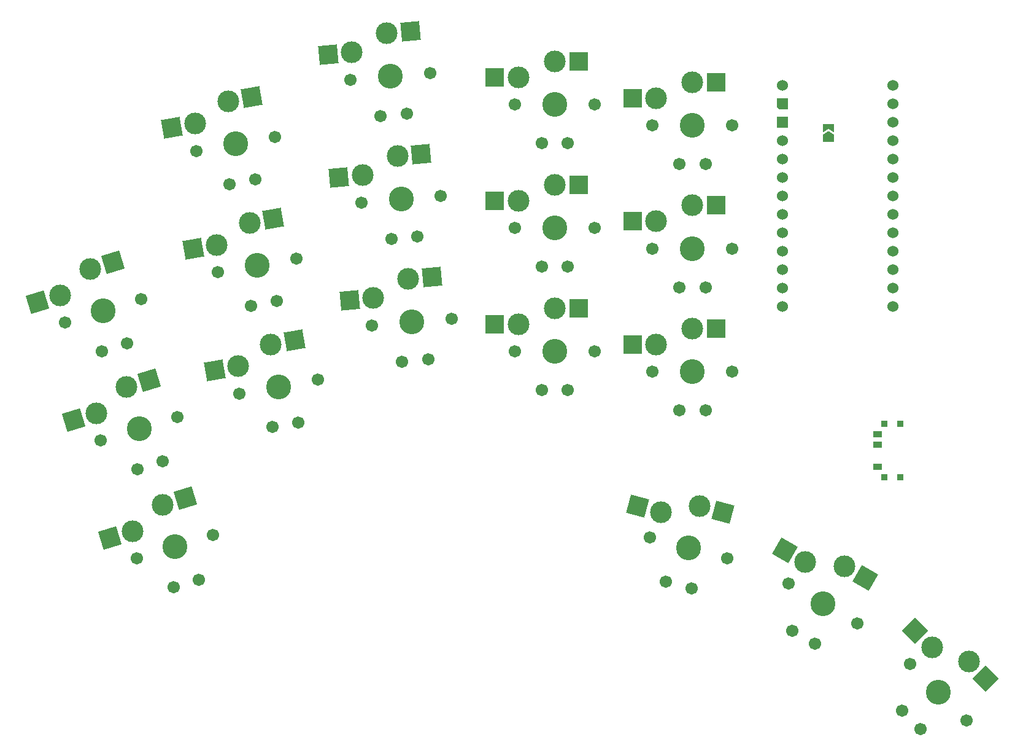
<source format=gbr>
%TF.GenerationSoftware,KiCad,Pcbnew,8.0.0*%
%TF.CreationDate,2024-06-08T15:13:20+02:00*%
%TF.ProjectId,goos-right,676f6f73-2d72-4696-9768-742e6b696361,rev?*%
%TF.SameCoordinates,Original*%
%TF.FileFunction,Soldermask,Top*%
%TF.FilePolarity,Negative*%
%FSLAX46Y46*%
G04 Gerber Fmt 4.6, Leading zero omitted, Abs format (unit mm)*
G04 Created by KiCad (PCBNEW 8.0.0) date 2024-06-08 15:13:20*
%MOMM*%
%LPD*%
G01*
G04 APERTURE LIST*
G04 Aperture macros list*
%AMRotRect*
0 Rectangle, with rotation*
0 The origin of the aperture is its center*
0 $1 length*
0 $2 width*
0 $3 Rotation angle, in degrees counterclockwise*
0 Add horizontal line*
21,1,$1,$2,0,0,$3*%
%AMOutline5P*
0 Free polygon, 5 corners , with rotation*
0 The origin of the aperture is its center*
0 number of corners: always 5*
0 $1 to $10 corner X, Y*
0 $11 Rotation angle, in degrees counterclockwise*
0 create outline with 5 corners*
4,1,5,$1,$2,$3,$4,$5,$6,$7,$8,$9,$10,$1,$2,$11*%
%AMOutline6P*
0 Free polygon, 6 corners , with rotation*
0 The origin of the aperture is its center*
0 number of corners: always 6*
0 $1 to $12 corner X, Y*
0 $13 Rotation angle, in degrees counterclockwise*
0 create outline with 6 corners*
4,1,6,$1,$2,$3,$4,$5,$6,$7,$8,$9,$10,$11,$12,$1,$2,$13*%
%AMOutline7P*
0 Free polygon, 7 corners , with rotation*
0 The origin of the aperture is its center*
0 number of corners: always 7*
0 $1 to $14 corner X, Y*
0 $15 Rotation angle, in degrees counterclockwise*
0 create outline with 7 corners*
4,1,7,$1,$2,$3,$4,$5,$6,$7,$8,$9,$10,$11,$12,$13,$14,$1,$2,$15*%
%AMOutline8P*
0 Free polygon, 8 corners , with rotation*
0 The origin of the aperture is its center*
0 number of corners: always 8*
0 $1 to $16 corner X, Y*
0 $17 Rotation angle, in degrees counterclockwise*
0 create outline with 8 corners*
4,1,8,$1,$2,$3,$4,$5,$6,$7,$8,$9,$10,$11,$12,$13,$14,$15,$16,$1,$2,$17*%
%AMFreePoly0*
4,1,6,1.000000,0.000000,0.500000,-0.750000,-0.500000,-0.750000,-0.500000,0.750000,0.500000,0.750000,1.000000,0.000000,1.000000,0.000000,$1*%
%AMFreePoly1*
4,1,6,0.500000,-0.750000,-0.650000,-0.750000,-0.150000,0.000000,-0.650000,0.750000,0.500000,0.750000,0.500000,-0.750000,0.500000,-0.750000,$1*%
G04 Aperture macros list end*
%ADD10FreePoly0,90.000000*%
%ADD11FreePoly1,90.000000*%
%ADD12C,1.701800*%
%ADD13C,3.000000*%
%ADD14C,3.429000*%
%ADD15RotRect,2.600000X2.600000X5.000000*%
%ADD16R,2.600000X2.600000*%
%ADD17RotRect,2.600000X2.600000X330.000000*%
%ADD18RotRect,2.600000X2.600000X17.000000*%
%ADD19RotRect,2.600000X2.600000X10.000000*%
%ADD20R,0.900000X0.900000*%
%ADD21R,1.250000X0.900000*%
%ADD22RotRect,2.600000X2.600000X345.000000*%
%ADD23RotRect,2.600000X2.600000X315.000000*%
%ADD24C,1.524000*%
%ADD25Outline5P,-0.762000X0.762000X0.762000X0.762000X0.762000X-0.762000X-0.457200X-0.762000X-0.762000X-0.457200X0.000000*%
%ADD26R,1.524000X1.524000*%
G04 APERTURE END LIST*
D10*
%TO.C,RST*%
X235000000Y-40225000D03*
D11*
X235000000Y-38775000D03*
%TD*%
D12*
%TO.C,S8*%
X169051460Y-32159556D03*
D13*
X169222721Y-28380248D03*
D12*
X173191025Y-37142731D03*
D13*
X174011954Y-25752841D03*
X174011954Y-25752841D03*
D14*
X174530531Y-31680199D03*
D12*
X176798246Y-36827140D03*
X180009602Y-31200842D03*
D15*
X177274492Y-25467405D03*
X165960186Y-28665683D03*
%TD*%
D12*
%TO.C,S13*%
X191701631Y-69579899D03*
D13*
X192201631Y-65829899D03*
D12*
X195391131Y-74904899D03*
D13*
X197201631Y-63629899D03*
X197201631Y-63629899D03*
D14*
X197201631Y-69579899D03*
D12*
X199012131Y-74904899D03*
X202701631Y-69579899D03*
D16*
X200476631Y-63629899D03*
X188926631Y-65829899D03*
%TD*%
D12*
%TO.C,S18*%
X229455991Y-101619499D03*
D13*
X231764004Y-98621904D03*
D12*
X229988692Y-108075834D03*
D13*
X237194131Y-99216648D03*
X237194131Y-99216648D03*
D14*
X234219131Y-104369499D03*
D12*
X233124570Y-109886334D03*
X238982271Y-107119499D03*
D17*
X240030364Y-100854148D03*
X228927771Y-96984404D03*
%TD*%
D12*
%TO.C,S2*%
X129619855Y-65566243D03*
D13*
X129001613Y-61833915D03*
D12*
X134705021Y-69579861D03*
D13*
X133139919Y-58268186D03*
X133139919Y-58268186D03*
D14*
X134879531Y-63958199D03*
D12*
X138167800Y-68521183D03*
X140139207Y-62350155D03*
D18*
X136271817Y-57310668D03*
X125869715Y-62791432D03*
%TD*%
D12*
%TO.C,S16*%
X210701631Y-72413199D03*
D13*
X211201631Y-68663199D03*
D12*
X214391131Y-77738199D03*
D13*
X216201631Y-66463199D03*
X216201631Y-66463199D03*
D14*
X216201631Y-72413199D03*
D12*
X218012131Y-77738199D03*
X221701631Y-72413199D03*
D16*
X219476631Y-66463199D03*
X207926631Y-68663199D03*
%TD*%
D12*
%TO.C,S9*%
X170533060Y-49094856D03*
D13*
X170704321Y-45315548D03*
D12*
X174672625Y-54078031D03*
D13*
X175493554Y-42688141D03*
X175493554Y-42688141D03*
D14*
X176012131Y-48615499D03*
D12*
X178279846Y-53762440D03*
X181491202Y-48136142D03*
D15*
X178756092Y-42402705D03*
X167441786Y-45600983D03*
%TD*%
D12*
%TO.C,S5*%
X147761188Y-41939664D03*
D13*
X147602412Y-38159811D03*
D12*
X152319313Y-46543090D03*
D13*
X152144424Y-35124993D03*
X152144424Y-35124993D03*
D14*
X153177631Y-40984599D03*
D12*
X155885302Y-45914310D03*
X158594074Y-40029534D03*
D19*
X155369670Y-34556295D03*
X144377166Y-38728509D03*
%TD*%
D20*
%TO.C,S1*%
X244890531Y-79529699D03*
X242690531Y-79529699D03*
X244890531Y-86929699D03*
X242690531Y-86929699D03*
D21*
X241715531Y-85479699D03*
X241715531Y-82479699D03*
X241715531Y-80979699D03*
%TD*%
D12*
%TO.C,S17*%
X210368939Y-95267494D03*
D13*
X211822473Y-91774682D03*
D12*
X212554511Y-101365962D03*
D13*
X217221504Y-90943740D03*
X217221504Y-90943740D03*
D14*
X215681531Y-96690999D03*
D12*
X216052128Y-102303146D03*
X220994123Y-98114504D03*
D22*
X220384911Y-91791373D03*
X208659066Y-90927050D03*
%TD*%
D12*
%TO.C,S15*%
X210701631Y-55413199D03*
D13*
X211201631Y-51663199D03*
D12*
X214391131Y-60738199D03*
D13*
X216201631Y-49463199D03*
X216201631Y-49463199D03*
D14*
X216201631Y-55413199D03*
D12*
X218012131Y-60738199D03*
X221701631Y-55413199D03*
D16*
X219476631Y-49463199D03*
X207926631Y-51663199D03*
%TD*%
D12*
%TO.C,S4*%
X139560555Y-98080543D03*
D13*
X138942313Y-94348215D03*
D12*
X144645721Y-102094161D03*
D13*
X143080619Y-90782486D03*
X143080619Y-90782486D03*
D14*
X144820231Y-96472499D03*
D12*
X148108500Y-101035483D03*
X150079907Y-94864455D03*
D18*
X146212517Y-89824968D03*
X135810415Y-95305732D03*
%TD*%
D12*
%TO.C,S11*%
X191701631Y-35579899D03*
D13*
X192201631Y-31829899D03*
D12*
X195391131Y-40904899D03*
D13*
X197201631Y-29629899D03*
X197201631Y-29629899D03*
D14*
X197201631Y-35579899D03*
D12*
X199012131Y-40904899D03*
X202701631Y-35579899D03*
D16*
X200476631Y-29629899D03*
X188926631Y-31829899D03*
%TD*%
D12*
%TO.C,S10*%
X172014760Y-66030156D03*
D13*
X172186021Y-62250848D03*
D12*
X176154325Y-71013331D03*
D13*
X176975254Y-59623441D03*
X176975254Y-59623441D03*
D14*
X177493831Y-65550799D03*
D12*
X179761546Y-70697740D03*
X182972902Y-65071442D03*
D15*
X180237792Y-59338005D03*
X168923486Y-62536283D03*
%TD*%
D12*
%TO.C,S19*%
X246248644Y-112695212D03*
D13*
X249253848Y-110397115D03*
D12*
X245092171Y-119069426D03*
D13*
X254345016Y-112377014D03*
X254345016Y-112377014D03*
D14*
X250137731Y-116584299D03*
D12*
X247652604Y-121629859D03*
X254026818Y-120473386D03*
D23*
X256660791Y-114692788D03*
X246938073Y-108081340D03*
%TD*%
D12*
%TO.C,S7*%
X153665188Y-75423164D03*
D13*
X153506412Y-71643311D03*
D12*
X158223313Y-80026590D03*
D13*
X158048424Y-68608493D03*
X158048424Y-68608493D03*
D14*
X159081631Y-74468099D03*
D12*
X161789302Y-79397810D03*
X164498074Y-73513034D03*
D19*
X161273670Y-68039795D03*
X150281166Y-72212009D03*
%TD*%
D12*
%TO.C,S6*%
X150713188Y-58681464D03*
D13*
X150554412Y-54901611D03*
D12*
X155271313Y-63284890D03*
D13*
X155096424Y-51866793D03*
X155096424Y-51866793D03*
D14*
X156129631Y-57726399D03*
D12*
X158837302Y-62656110D03*
X161546074Y-56771334D03*
D19*
X158321670Y-51298095D03*
X147329166Y-55470309D03*
%TD*%
D12*
%TO.C,S12*%
X191701631Y-52579899D03*
D13*
X192201631Y-48829899D03*
D12*
X195391131Y-57904899D03*
D13*
X197201631Y-46629899D03*
X197201631Y-46629899D03*
D14*
X197201631Y-52579899D03*
D12*
X199012131Y-57904899D03*
X202701631Y-52579899D03*
D16*
X200476631Y-46629899D03*
X188926631Y-48829899D03*
%TD*%
D12*
%TO.C,S14*%
X210701631Y-38413199D03*
D13*
X211201631Y-34663199D03*
D12*
X214391131Y-43738199D03*
D13*
X216201631Y-32463199D03*
X216201631Y-32463199D03*
D14*
X216201631Y-38413199D03*
D12*
X218012131Y-43738199D03*
X221701631Y-38413199D03*
D16*
X219476631Y-32463199D03*
X207926631Y-34663199D03*
%TD*%
D12*
%TO.C,S3*%
X134590255Y-81823343D03*
D13*
X133972013Y-78091015D03*
D12*
X139675421Y-85836961D03*
D13*
X138110319Y-74525286D03*
X138110319Y-74525286D03*
D14*
X139849931Y-80215299D03*
D12*
X143138200Y-84778283D03*
X145109607Y-78607255D03*
D18*
X141242217Y-73567768D03*
X130840115Y-79048532D03*
%TD*%
D24*
%TO.C,U1*%
X243821631Y-32903199D03*
X243821631Y-35443199D03*
X243821631Y-37983199D03*
X243821631Y-40523199D03*
X243821631Y-43063199D03*
X243821631Y-45603199D03*
X243821631Y-48143199D03*
X243821631Y-50683199D03*
X243821631Y-53223199D03*
X243821631Y-55763199D03*
X243821631Y-58303199D03*
X243821631Y-60843199D03*
X243821631Y-63383199D03*
X228581631Y-32903199D03*
D25*
X228581631Y-35443199D03*
D26*
X228581631Y-37983199D03*
D24*
X228581631Y-40523199D03*
X228581631Y-43063199D03*
X228581631Y-45603199D03*
X228581631Y-48143199D03*
X228581631Y-50683199D03*
X228581631Y-53223199D03*
X228581631Y-55763199D03*
X228581631Y-58303199D03*
X228581631Y-60843199D03*
X228581631Y-63383199D03*
%TD*%
M02*

</source>
